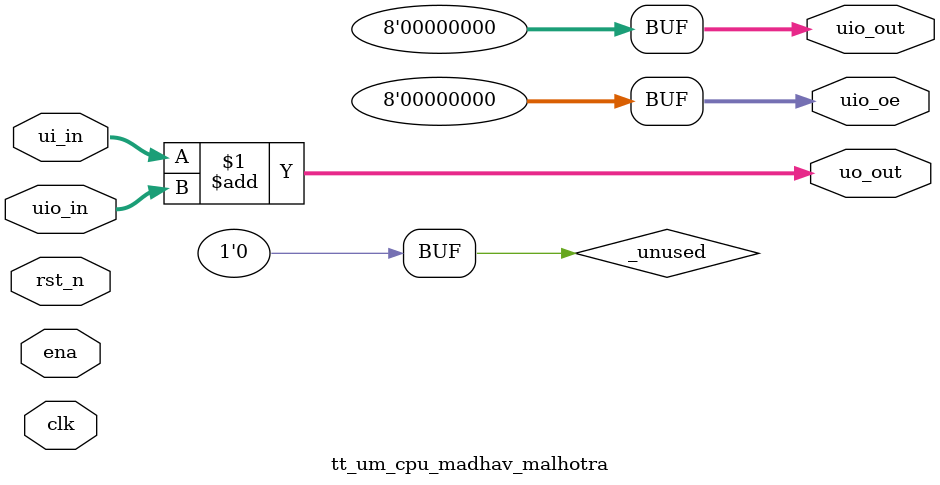
<source format=v>
/*
 * Copyright (c) 2024 WAT.ai Chip Team
 * SPDX-License-Identifier: Apache-2.0
 */

`default_nettype none

module tt_um_cpu_madhav_malhotra (
  input  wire [7:0] ui_in,    // Dedicated inputs
  output wire [7:0] uo_out,   // Dedicated outputs
  input  wire [7:0] uio_in,   // IOs: Input path
  output wire [7:0] uio_out,  // IOs: Output path
  output wire [7:0] uio_oe,   // IOs: Enable path (active high: 0=input, 1=output)
  input  wire       ena,      // always 1 when the design is powered, so you can ignore it
  input  wire       clk,      // clock
  input  wire       rst_n     // reset_n - low to reset
);

  // All output pins must be assigned. If not used, assign to 0.
  assign uo_out  = ui_in + uio_in;  // Example: ou_out is the sum of ui_in and uio_in
  assign uio_out = 0;
  assign uio_oe  = 0;

  // List all unused inputs to prevent warnings
  wire _unused = &{ena, clk, rst_n, 1'b0};

endmodule
</source>
